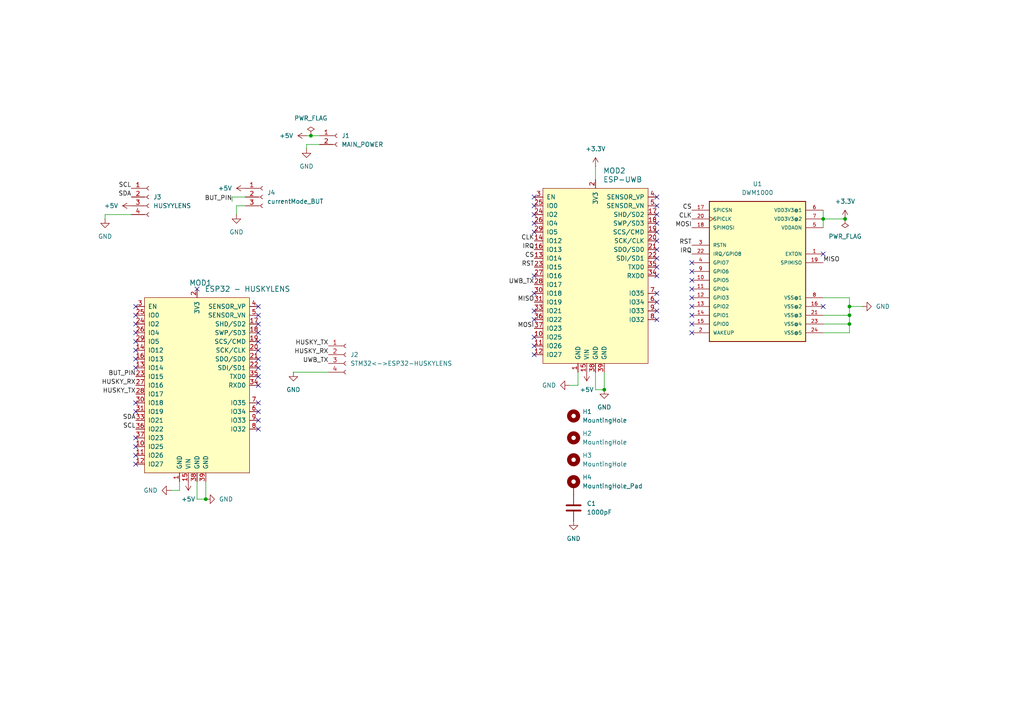
<source format=kicad_sch>
(kicad_sch (version 20231120) (generator "eeschema") (generator_version "8.0")
  (paper "A4")
  (lib_symbols
    (symbol "Connector:Conn_01x02_Socket" (pin_names (offset 1.016) hide)
      (property "Reference" "J" (at 0 2.54 0))
      (property "Value" "Conn_01x02_Socket" (at 0 -5.08 0))
      (symbol "Conn_01x02_Socket_1_1"
        (arc (start 0 -2.032) (mid -0.5058 -2.54) (end 0 -3.048) (stroke (width 0.1524)))
        (polyline (pts (xy -1.27 -2.54) (xy -0.508 -2.54)) (stroke (width 0.1524)))
        (polyline (pts (xy -1.27 0) (xy -0.508 0)) (stroke (width 0.1524)))
        (arc (start 0 0.508) (mid -0.5058 0) (end 0 -0.508) (stroke (width 0.1524)))
        (pin passive line (at -5.08 0 0) (length 3.81) (name "Pin_1") (number "1"))
        (pin passive line (at -5.08 -2.54 0) (length 3.81) (name "Pin_2") (number "2"))
      )
    )
    (symbol "Connector:Conn_01x03_Socket" (pin_names (offset 1.016) hide)
      (property "Reference" "J" (at 0 5.08 0))
      (property "Value" "Conn_01x03_Socket" (at 0 -5.08 0))
      (symbol "Conn_01x03_Socket_1_1"
        (arc (start 0 -2.032) (mid -0.5058 -2.54) (end 0 -3.048) (stroke (width 0.1524)))
        (polyline (pts (xy -1.27 -2.54) (xy -0.508 -2.54)) (stroke (width 0.1524)))
        (polyline (pts (xy -1.27 0) (xy -0.508 0)) (stroke (width 0.1524)))
        (polyline (pts (xy -1.27 2.54) (xy -0.508 2.54)) (stroke (width 0.1524)))
        (arc (start 0 0.508) (mid -0.5058 0) (end 0 -0.508) (stroke (width 0.1524)))
        (arc (start 0 3.048) (mid -0.5058 2.54) (end 0 2.032) (stroke (width 0.1524)))
        (pin passive line (at -5.08 2.54 0) (length 3.81) (name "Pin_1") (number "1"))
        (pin passive line (at -5.08 0 0) (length 3.81) (name "Pin_2") (number "2"))
        (pin passive line (at -5.08 -2.54 0) (length 3.81) (name "Pin_3") (number "3"))
      )
    )
    (symbol "Connector:Conn_01x04_Socket" (pin_names (offset 1.016) hide)
      (property "Reference" "J" (at 0 5.08 0))
      (property "Value" "Conn_01x04_Socket" (at 0 -7.62 0))
      (symbol "Conn_01x04_Socket_1_1"
        (arc (start 0 -4.572) (mid -0.5058 -5.08) (end 0 -5.588) (stroke (width 0.1524)))
        (arc (start 0 -2.032) (mid -0.5058 -2.54) (end 0 -3.048) (stroke (width 0.1524)))
        (polyline (pts (xy -1.27 -5.08) (xy -0.508 -5.08)) (stroke (width 0.1524)))
        (polyline (pts (xy -1.27 -2.54) (xy -0.508 -2.54)) (stroke (width 0.1524)))
        (polyline (pts (xy -1.27 0) (xy -0.508 0)) (stroke (width 0.1524)))
        (polyline (pts (xy -1.27 2.54) (xy -0.508 2.54)) (stroke (width 0.1524)))
        (arc (start 0 0.508) (mid -0.5058 0) (end 0 -0.508) (stroke (width 0.1524)))
        (arc (start 0 3.048) (mid -0.5058 2.54) (end 0 2.032) (stroke (width 0.1524)))
        (pin passive line (at -5.08 2.54 0) (length 3.81) (name "Pin_1") (number "1"))
        (pin passive line (at -5.08 0 0) (length 3.81) (name "Pin_2") (number "2"))
        (pin passive line (at -5.08 -2.54 0) (length 3.81) (name "Pin_3") (number "3"))
        (pin passive line (at -5.08 -5.08 0) (length 3.81) (name "Pin_4") (number "4"))
      )
    )
    (symbol "DWM1000:DWM1000" (pin_names (offset 1.016))
      (property "Reference" "U" (at -12.7095 20.3352 0))
      (property "Value" "DWM1000" (at -12.7054 -22.8697 0))
      (symbol "DWM1000_0_0"
        (rectangle (start -12.7 -20.32) (end 15.24 20.32) (stroke (width 0.254)) (fill (type background)))
        (pin output line (at 20.32 5.08 180) (length 5.08) (name "EXTON") (number "1"))
        (pin bidirectional line (at -17.78 -2.54 0) (length 5.08) (name "GPIO5") (number "10"))
        (pin bidirectional line (at -17.78 -5.08 0) (length 5.08) (name "GPIO4") (number "11"))
        (pin bidirectional line (at -17.78 -7.62 0) (length 5.08) (name "GPIO3") (number "12"))
        (pin bidirectional line (at -17.78 -10.16 0) (length 5.08) (name "GPIO2") (number "13"))
        (pin bidirectional line (at -17.78 -12.7 0) (length 5.08) (name "GPIO1") (number "14"))
        (pin bidirectional line (at -17.78 -15.24 0) (length 5.08) (name "GPIO0") (number "15"))
        (pin power_in line (at 20.32 -10.16 180) (length 5.08) (name "VSS@2") (number "16"))
        (pin input line (at -17.78 17.78 0) (length 5.08) (name "SPICSN") (number "17"))
        (pin input line (at -17.78 12.7 0) (length 5.08) (name "SPIMOSI") (number "18"))
        (pin output line (at 20.32 2.54 180) (length 5.08) (name "SPIMISO") (number "19"))
        (pin bidirectional line (at -17.78 -17.78 0) (length 5.08) (name "WAKEUP") (number "2"))
        (pin input clock (at -17.78 15.24 0) (length 5.08) (name "SPICLK") (number "20"))
        (pin power_in line (at 20.32 -12.7 180) (length 5.08) (name "VSS@3") (number "21"))
        (pin bidirectional line (at -17.78 5.08 0) (length 5.08) (name "IRQ/GPIO8") (number "22"))
        (pin power_in line (at 20.32 -15.24 180) (length 5.08) (name "VSS@4") (number "23"))
        (pin power_in line (at 20.32 -17.78 180) (length 5.08) (name "VSS@5") (number "24"))
        (pin bidirectional line (at -17.78 7.62 0) (length 5.08) (name "RSTN") (number "3"))
        (pin bidirectional line (at -17.78 2.54 0) (length 5.08) (name "GPIO7") (number "4"))
        (pin power_in line (at 20.32 12.7 180) (length 5.08) (name "VDDAON") (number "5"))
        (pin power_in line (at 20.32 17.78 180) (length 5.08) (name "VDD3V3@1") (number "6"))
        (pin power_in line (at 20.32 15.24 180) (length 5.08) (name "VDD3V3@2") (number "7"))
        (pin power_in line (at 20.32 -7.62 180) (length 5.08) (name "VSS@1") (number "8"))
        (pin bidirectional line (at -17.78 0 0) (length 5.08) (name "GPIO6") (number "9"))
      )
    )
    (symbol "Device:C" (pin_numbers hide) (pin_names (offset 0.254))
      (property "Reference" "C" (at 0.635 2.54 0))
      (property "Value" "C" (at 0.635 -2.54 0))
      (symbol "C_0_1"
        (polyline (pts (xy -2.032 -0.762) (xy 2.032 -0.762)) (stroke (width 0.508)))
        (polyline (pts (xy -2.032 0.762) (xy 2.032 0.762)) (stroke (width 0.508)))
      )
      (symbol "C_1_1"
        (pin passive line (at 0 3.81 270) (length 2.794) (name "~") (number "1"))
        (pin passive line (at 0 -3.81 90) (length 2.794) (name "~") (number "2"))
      )
    )
    (symbol "ESP32-WROOM-32:ESP32-WROOM-32" (pin_names (offset 1.016))
      (property "Reference" "MOD1" (at 7.0994 5.08 0))
      (property "Value" "ESP32-WROOM-32" (at 7.0994 1.27 0))
      (symbol "ESP32-WROOM-32_0_1"
        (rectangle (start -10.16 0) (end 20.32 -50.8) (fill (type background)))
      )
      (symbol "ESP32-WROOM-32_1_1"
        (pin power_in line (at 0 -53.34 90) (length 2.54) (name "GND") (number "1"))
        (pin bidirectional line (at -12.7 -43.18 0) (length 2.54) (name "IO25") (number "10"))
        (pin bidirectional line (at -12.7 -45.72 0) (length 2.54) (name "IO26") (number "11"))
        (pin bidirectional line (at -12.7 -48.26 0) (length 2.54) (name "IO27") (number "12"))
        (pin bidirectional line (at -12.7 -20.32 0) (length 2.54) (name "IO14") (number "13"))
        (pin bidirectional line (at -12.7 -15.24 0) (length 2.54) (name "IO12") (number "14"))
        (pin power_in line (at 2.54 -53.34 90) (length 2.54) (name "VIN") (number "15"))
        (pin bidirectional line (at -12.7 -17.78 0) (length 2.54) (name "IO13") (number "16"))
        (pin bidirectional line (at 22.86 -7.62 180) (length 2.54) (name "SHD/SD2") (number "17"))
        (pin bidirectional line (at 22.86 -10.16 180) (length 2.54) (name "SWP/SD3") (number "18"))
        (pin bidirectional line (at 22.86 -12.7 180) (length 2.54) (name "SCS/CMD") (number "19"))
        (pin power_in line (at 5.08 2.54 270) (length 2.54) (name "3V3") (number "2"))
        (pin bidirectional line (at 22.86 -15.24 180) (length 2.54) (name "SCK/CLK") (number "20"))
        (pin bidirectional line (at 22.86 -17.78 180) (length 2.54) (name "SDO/SD0") (number "21"))
        (pin bidirectional line (at 22.86 -20.32 180) (length 2.54) (name "SDI/SD1") (number "22"))
        (pin bidirectional line (at -12.7 -22.86 0) (length 2.54) (name "IO15") (number "23"))
        (pin bidirectional line (at -12.7 -7.62 0) (length 2.54) (name "IO2") (number "24"))
        (pin bidirectional line (at -12.7 -5.08 0) (length 2.54) (name "IO0") (number "25"))
        (pin bidirectional line (at -12.7 -10.16 0) (length 2.54) (name "IO4") (number "26"))
        (pin bidirectional line (at -12.7 -25.4 0) (length 2.54) (name "IO16") (number "27"))
        (pin bidirectional line (at -12.7 -27.94 0) (length 2.54) (name "IO17") (number "28"))
        (pin bidirectional line (at -12.7 -12.7 0) (length 2.54) (name "IO5") (number "29"))
        (pin input line (at -12.7 -2.54 0) (length 2.54) (name "EN") (number "3"))
        (pin bidirectional line (at -12.7 -30.48 0) (length 2.54) (name "IO18") (number "30"))
        (pin bidirectional line (at -12.7 -33.02 0) (length 2.54) (name "IO19") (number "31"))
        (pin no_connect line (at 20.32 -43.18 180) (length 2.54) hide (name "NC") (number "32"))
        (pin bidirectional line (at -12.7 -35.56 0) (length 2.54) (name "IO21") (number "33"))
        (pin bidirectional line (at 22.86 -25.4 180) (length 2.54) (name "RXD0") (number "34"))
        (pin bidirectional line (at 22.86 -22.86 180) (length 2.54) (name "TXD0") (number "35"))
        (pin bidirectional line (at -12.7 -38.1 0) (length 2.54) (name "IO22") (number "36"))
        (pin bidirectional line (at -12.7 -40.64 0) (length 2.54) (name "IO23") (number "37"))
        (pin power_in line (at 5.08 -53.34 90) (length 2.54) (name "GND") (number "38"))
        (pin power_in line (at 7.62 -53.34 90) (length 2.54) (name "GND") (number "39"))
        (pin input line (at 22.86 -2.54 180) (length 2.54) (name "SENSOR_VP") (number "4"))
        (pin input line (at 22.86 -5.08 180) (length 2.54) (name "SENSOR_VN") (number "5"))
        (pin bidirectional line (at 22.86 -33.02 180) (length 2.54) (name "IO34") (number "6"))
        (pin bidirectional line (at 22.86 -30.48 180) (length 2.54) (name "IO35") (number "7"))
        (pin bidirectional line (at 22.86 -38.1 180) (length 2.54) (name "IO32") (number "8"))
        (pin bidirectional line (at 22.86 -35.56 180) (length 2.54) (name "IO33") (number "9"))
      )
    )
    (symbol "Mechanical:MountingHole" (pin_names (offset 1.016)) (exclude_from_sim yes) (in_bom no)
      (property "Reference" "H" (at 0 5.08 0))
      (property "Value" "MountingHole" (at 0 3.175 0))
      (symbol "MountingHole_0_1"
        (circle (center 0 0) (radius 1.27) (stroke (width 1.27)))
      )
    )
    (symbol "Mechanical:MountingHole_Pad" (pin_numbers hide) (pin_names (offset 1.016) hide) (exclude_from_sim yes) (in_bom no)
      (property "Reference" "H" (at 0 6.35 0))
      (property "Value" "MountingHole_Pad" (at 0 4.445 0))
      (symbol "MountingHole_Pad_0_1"
        (circle (center 0 1.27) (radius 1.27) (stroke (width 1.27)))
      )
      (symbol "MountingHole_Pad_1_1"
        (pin input line (at 0 -2.54 90) (length 2.54) (name "1") (number "1"))
      )
    )
    (symbol "power:+3.3V" (power) (pin_numbers hide) (pin_names (offset 0) hide)
      (property "Value" "+3.3V" (at 0 3.556 0))
      (symbol "+3.3V_0_1"
        (polyline (pts (xy -0.762 1.27) (xy 0 2.54)))
        (polyline (pts (xy 0 0) (xy 0 2.54)))
        (polyline (pts (xy 0 2.54) (xy 0.762 1.27)))
      )
      (symbol "+3.3V_1_1"
        (pin power_in line (at 0 0 90) (length 0) (name "~") (number "1"))
      )
    )
    (symbol "power:+5V" (power) (pin_numbers hide) (pin_names (offset 0) hide)
      (property "Value" "+5V" (at 0 3.556 0))
      (symbol "+5V_0_1"
        (polyline (pts (xy -0.762 1.27) (xy 0 2.54)))
        (polyline (pts (xy 0 0) (xy 0 2.54)))
        (polyline (pts (xy 0 2.54) (xy 0.762 1.27)))
      )
      (symbol "+5V_1_1"
        (pin power_in line (at 0 0 90) (length 0) (name "~") (number "1"))
      )
    )
    (symbol "power:GND" (power) (pin_numbers hide) (pin_names (offset 0) hide)
      (property "Value" "GND" (at 0 -3.81 0))
      (symbol "GND_0_1"
        (polyline (pts (xy 0 0) (xy 0 -1.27) (xy 1.27 -1.27) (xy 0 -2.54) (xy -1.27 -1.27) (xy 0 -1.27)))
      )
      (symbol "GND_1_1"
        (pin power_in line (at 0 0 270) (length 0) (name "~") (number "1"))
      )
    )
    (symbol "power:PWR_FLAG" (power) (pin_numbers hide) (pin_names (offset 0) hide)
      (property "Value" "PWR_FLAG" (at 0 3.81 0))
      (symbol "PWR_FLAG_0_0"
        (pin power_out line (at 0 0 90) (length 0) (name "~") (number "1"))
      )
      (symbol "PWR_FLAG_0_1"
        (polyline (pts (xy 0 0) (xy 0 1.27) (xy -1.016 1.905) (xy 0 2.54) (xy 1.016 1.905) (xy 0 1.27)))
      )
    )
  )
  (junction (at 175.26 113.03))
  (junction (at 59.69 144.78))
  (junction (at 238.76 63.5))
  (junction (at 246.38 88.9))
  (junction (at 90.17 39.37))
  (junction (at 246.38 93.98))
  (junction (at 246.38 91.44))
  (junction (at 245.11 63.5))
  (no_connect (at 190.5 59.69))
  (no_connect (at 74.93 116.84))
  (no_connect (at 74.93 104.14))
  (no_connect (at 154.94 67.31))
  (no_connect (at 190.5 80.01))
  (no_connect (at 154.94 92.71))
  (no_connect (at 74.93 106.68))
  (no_connect (at 200.66 78.74))
  (no_connect (at 74.93 91.44))
  (no_connect (at 39.37 99.06))
  (no_connect (at 238.76 73.66))
  (no_connect (at 200.66 86.36))
  (no_connect (at 74.93 101.6))
  (no_connect (at 200.66 91.44))
  (no_connect (at 200.66 76.2))
  (no_connect (at 39.37 104.14))
  (no_connect (at 74.93 88.9))
  (no_connect (at 200.66 88.9))
  (no_connect (at 154.94 100.33))
  (no_connect (at 39.37 127))
  (no_connect (at 154.94 85.09))
  (no_connect (at 74.93 99.06))
  (no_connect (at 190.5 92.71))
  (no_connect (at 39.37 132.08))
  (no_connect (at 154.94 57.15))
  (no_connect (at 39.37 96.52))
  (no_connect (at 39.37 101.6))
  (no_connect (at 154.94 62.23))
  (no_connect (at 74.93 96.52))
  (no_connect (at 154.94 102.87))
  (no_connect (at 200.66 93.98))
  (no_connect (at 154.94 97.79))
  (no_connect (at 200.66 83.82))
  (no_connect (at 190.5 69.85))
  (no_connect (at 190.5 62.23))
  (no_connect (at 39.37 119.38))
  (no_connect (at 190.5 74.93))
  (no_connect (at 74.93 119.38))
  (no_connect (at 39.37 88.9))
  (no_connect (at 200.66 96.52))
  (no_connect (at 190.5 57.15))
  (no_connect (at 190.5 64.77))
  (no_connect (at 190.5 90.17))
  (no_connect (at 39.37 91.44))
  (no_connect (at 154.94 90.17))
  (no_connect (at 190.5 77.47))
  (no_connect (at 154.94 64.77))
  (no_connect (at 39.37 116.84))
  (no_connect (at 190.5 67.31))
  (no_connect (at 238.76 88.9))
  (no_connect (at 57.15 83.82))
  (no_connect (at 200.66 81.28))
  (no_connect (at 74.93 121.92))
  (no_connect (at 74.93 111.76))
  (no_connect (at 190.5 85.09))
  (no_connect (at 74.93 124.46))
  (no_connect (at 74.93 93.98))
  (no_connect (at 39.37 93.98))
  (no_connect (at 190.5 72.39))
  (no_connect (at 39.37 129.54))
  (no_connect (at 190.5 87.63))
  (no_connect (at 39.37 106.68))
  (no_connect (at 39.37 134.62))
  (no_connect (at 154.94 59.69))
  (no_connect (at 154.94 80.01))
  (no_connect (at 74.93 109.22))
  (wire (pts (xy 85.09 107.95) (xy 95.25 107.95)))
  (wire (pts (xy 167.64 107.95) (xy 167.64 111.76)))
  (wire (pts (xy 246.38 93.98) (xy 246.38 91.44)))
  (wire (pts (xy 238.76 63.5) (xy 245.11 63.5)))
  (wire (pts (xy 238.76 63.5) (xy 238.76 66.04)))
  (wire (pts (xy 30.48 62.23) (xy 30.48 63.5)))
  (wire (pts (xy 52.07 142.24) (xy 52.07 139.7)))
  (wire (pts (xy 59.69 139.7) (xy 59.69 144.78)))
  (wire (pts (xy 246.38 91.44) (xy 246.38 88.9)))
  (wire (pts (xy 49.53 142.24) (xy 52.07 142.24)))
  (wire (pts (xy 167.64 111.76) (xy 165.1 111.76)))
  (wire (pts (xy 238.76 96.52) (xy 246.38 96.52)))
  (wire (pts (xy 175.26 107.95) (xy 175.26 113.03)))
  (wire (pts (xy 238.76 93.98) (xy 246.38 93.98)))
  (wire (pts (xy 68.58 59.69) (xy 68.58 62.23)))
  (wire (pts (xy 238.76 91.44) (xy 246.38 91.44)))
  (wire (pts (xy 71.12 59.69) (xy 68.58 59.69)))
  (wire (pts (xy 172.72 48.26) (xy 172.72 52.07)))
  (wire (pts (xy 172.72 107.95) (xy 172.72 113.03)))
  (wire (pts (xy 90.17 39.37) (xy 92.71 39.37)))
  (wire (pts (xy 67.31 58.42) (xy 67.31 57.15)))
  (wire (pts (xy 246.38 88.9) (xy 250.19 88.9)))
  (wire (pts (xy 238.76 86.36) (xy 246.38 86.36)))
  (wire (pts (xy 57.15 144.78) (xy 59.69 144.78)))
  (wire (pts (xy 67.31 57.15) (xy 71.12 57.15)))
  (wire (pts (xy 38.1 62.23) (xy 30.48 62.23)))
  (wire (pts (xy 238.76 60.96) (xy 238.76 63.5)))
  (wire (pts (xy 88.9 39.37) (xy 90.17 39.37)))
  (wire (pts (xy 246.38 86.36) (xy 246.38 88.9)))
  (wire (pts (xy 246.38 96.52) (xy 246.38 93.98)))
  (wire (pts (xy 92.71 41.91) (xy 88.9 41.91)))
  (wire (pts (xy 88.9 41.91) (xy 88.9 43.18)))
  (wire (pts (xy 172.72 113.03) (xy 175.26 113.03)))
  (wire (pts (xy 57.15 139.7) (xy 57.15 144.78)))
  (label "RST" (at 154.94 77.47 180))
  (label "CS" (at 154.94 74.93 180))
  (label "SDA" (at 38.1 57.15 180))
  (label "IRQ" (at 154.94 72.39 180))
  (label "MISO" (at 238.76 76.2 0))
  (label "IRQ" (at 200.66 73.66 180))
  (label "SDA" (at 39.37 121.92 180))
  (label "CLK" (at 154.94 69.85 180))
  (label "SCL" (at 39.37 124.46 180))
  (label "BUT_PIN" (at 67.31 58.42 180))
  (label "HUSKY_RX" (at 95.25 102.87 180))
  (label "CLK" (at 200.66 63.5 180))
  (label "BUT_PIN" (at 39.37 109.22 180))
  (label "SCL" (at 38.1 54.61 180))
  (label "HUSKY_RX" (at 39.37 111.76 180))
  (label "UWB_TX" (at 95.25 105.41 180))
  (label "MOSI" (at 200.66 66.04 180))
  (label "MISO" (at 154.94 87.63 180))
  (label "HUSKY_TX" (at 39.37 114.3 180))
  (label "MOSI" (at 154.94 95.25 180))
  (label "RST" (at 200.66 71.12 180))
  (label "UWB_TX" (at 154.94 82.55 180))
  (label "CS" (at 200.66 60.96 180))
  (label "HUSKY_TX" (at 95.25 100.33 180))
  (symbol (lib_id "power:GND") (at 68.58 62.23 0) (unit 1)
    (property "Reference" "#PWR04" (effects (hide yes)))
    (property "Value" "GND" (at 68.58 67.31 0))
    (property "Description" "Power symbol creates a global label with name \"GND\" , ground" (effects (hide yes)))
  )
  (symbol (lib_id "power:+5V") (at 54.61 139.7 180) (unit 1)
    (property "Reference" "#PWR06" (effects (hide yes)))
    (property "Value" "+5V" (at 54.61 144.78 0))
    (property "Description" "Power symbol creates a global label with name \"+5V\"" (effects (hide yes)))
  )
  (symbol (lib_id "DWM1000:DWM1000") (at 218.44 78.74 0) (unit 1)
    (property "Reference" "U1" (at 219.71 53.34 0))
    (property "Value" "DWM1000" (at 219.71 55.88 0))
    (property "Footprint" "2ndfloor_pole_footprint:XCVR_DWM1000" (effects (hide yes)))
    (property "MF" "Decawave Limited" (effects (hide yes)))
    (property "Description_1" "\n                        \n                            802.15.4 IR-UWB Transceiver Module 3.5GHz ~ 6.5GHz Integrated, Chip Surface Mount\n                        \n" (effects (hide yes)))
    (property "Package" "Module Decawave" (effects (hide yes)))
    (property "Price" "None" (effects (hide yes)))
    (property "Check_prices" "https://www.snapeda.com/parts/DWM1000/Decawave/view-part/?ref=eda" (effects (hide yes)))
    (property "SnapEDA_Link" "https://www.snapeda.com/parts/DWM1000/Decawave/view-part/?ref=snap" (effects (hide yes)))
    (property "MP" "DWM1000" (effects (hide yes)))
    (property "Availability" "In Stock" (effects (hide yes)))
    (property "MANUFACTURER" "Decawave" (effects (hide yes)))
  )
  (symbol (lib_id "power:GND") (at 166.37 151.13 0) (unit 1)
    (property "Reference" "#PWR01" (effects (hide yes)))
    (property "Value" "GND" (at 166.37 156.21 0))
    (property "Description" "Power symbol creates a global label with name \"GND\" , ground" (effects (hide yes)))
  )
  (symbol (lib_id "ESP32-WROOM-32:ESP32-WROOM-32") (at 167.64 54.61 0) (unit 1)
    (property "Reference" "MOD2" (at 174.9141 49.53 0) (effects (font (size 1.524 1.524)) (justify left)))
    (property "Value" "ESP-UWB" (at 174.9141 52.07 0) (effects (font (size 1.524 1.524)) (justify left)))
    (property "Footprint" "My_foot_print:ESP32_new" (effects (hide yes)))
    (property "Datasheet" "https://www.espressif.com/sites/default/files/documentation/esp32-wroom-32_datasheet_en.pdf" (effects (hide yes)))
    (property "Description" "SMD MODULE, ESP32-D0WDQ6, 32MBIT" (effects (hide yes)))
    (property "Digi-Key_PN" "1904-1010-1-ND" (effects (hide yes)))
    (property "MPN" "ESP32-WROOM-32" (effects (hide yes)))
    (property "Category" "RF/IF and RFID" (effects (hide yes)))
    (property "Family" "RF Transceiver Modules" (effects (hide yes)))
    (property "DK_Datasheet_Link" "https://www.espressif.com/sites/default/files/documentation/esp32-wroom-32_datasheet_en.pdf" (effects (hide yes)))
    (property "DK_Detail_Page" "/product-detail/en/espressif-systems/ESP32-WROOM-32/1904-1010-1-ND/8544305" (effects (hide yes)))
    (property "Manufacturer" "Espressif Systems" (effects (hide yes)))
    (property "Status" "Active" (effects (hide yes)))
  )
  (symbol (lib_id "power:PWR_FLAG") (at 245.11 63.5 180) (unit 1)
    (property "Reference" "#FLG02" (effects (hide yes)))
    (property "Value" "PWR_FLAG" (at 245.11 68.58 0))
    (property "Description" "Special symbol for telling ERC where power comes from" (effects (hide yes)))
  )
  (symbol (lib_id "Mechanical:MountingHole") (at 166.37 120.65 0) (unit 1) (exclude_from_sim yes) (in_bom no)
    (property "Reference" "H1" (at 168.91 119.3799 0) (effects (justify left)))
    (property "Value" "MountingHole" (at 168.91 121.9199 0) (effects (justify left)))
    (property "Footprint" "MountingHole:MountingHole_3.5mm_Pad" (effects (hide yes)))
    (property "Description" "Mounting Hole without connection" (effects (hide yes)))
  )
  (symbol (lib_id "power:GND") (at 49.53 142.24 270) (unit 1)
    (property "Reference" "#PWR07" (effects (hide yes)))
    (property "Value" "GND" (at 45.72 142.2399 90) (effects (justify right)))
    (property "Description" "Power symbol creates a global label with name \"GND\" , ground" (effects (hide yes)))
  )
  (symbol (lib_id "power:+5V") (at 38.1 59.69 90) (unit 1)
    (property "Reference" "#PWR010" (effects (hide yes)))
    (property "Value" "+5V" (at 34.29 59.6899 90) (effects (justify left)))
    (property "Description" "Power symbol creates a global label with name \"+5V\"" (effects (hide yes)))
  )
  (symbol (lib_id "power:+3.3V") (at 245.11 63.5 0) (unit 1)
    (property "Reference" "#PWR014" (effects (hide yes)))
    (property "Value" "+3.3V" (at 245.11 58.42 0))
    (property "Description" "Power symbol creates a global label with name \"+3.3V\"" (effects (hide yes)))
  )
  (symbol (lib_id "power:GND") (at 250.19 88.9 90) (unit 1)
    (property "Reference" "#PWR013" (effects (hide yes)))
    (property "Value" "GND" (at 254 88.8999 90) (effects (justify right)))
    (property "Description" "Power symbol creates a global label with name \"GND\" , ground" (effects (hide yes)))
  )
  (symbol (lib_id "power:GND") (at 30.48 63.5 0) (unit 1)
    (property "Reference" "#PWR03" (effects (hide yes)))
    (property "Value" "GND" (at 30.48 68.58 0))
    (property "Description" "Power symbol creates a global label with name \"GND\" , ground" (effects (hide yes)))
  )
  (symbol (lib_id "Connector:Conn_01x02_Socket") (at 97.79 39.37 0) (unit 1)
    (property "Reference" "J1" (at 99.06 39.3699 0) (effects (justify left)))
    (property "Value" "MAIN_POWER" (at 99.06 41.9099 0) (effects (justify left)))
    (property "Footprint" "Connector_Molex:Molex_Mini-Fit_Jr_5569-02A1_2x01_P4.20mm_Horizontal" (effects (hide yes)))
    (property "Description" "Generic connector, single row, 01x02, script generated" (effects (hide yes)))
  )
  (symbol (lib_id "power:GND") (at 59.69 144.78 90) (unit 1)
    (property "Reference" "#PWR016" (effects (hide yes)))
    (property "Value" "GND" (at 63.5 144.7799 90) (effects (justify right)))
    (property "Description" "Power symbol creates a global label with name \"GND\" , ground" (effects (hide yes)))
  )
  (symbol (lib_id "power:GND") (at 175.26 113.03 0) (unit 1)
    (property "Reference" "#PWR017" (effects (hide yes)))
    (property "Value" "GND" (at 175.26 118.11 0))
    (property "Description" "Power symbol creates a global label with name \"GND\" , ground" (effects (hide yes)))
  )
  (symbol (lib_id "ESP32-WROOM-32:ESP32-WROOM-32") (at 52.07 86.36 0) (unit 1)
    (property "Reference" "MOD1" (at 54.864 82.042 0) (effects (font (size 1.524 1.524)) (justify left)))
    (property "Value" "ESP32 - HUSKYLENS" (at 59.3441 83.82 0) (effects (font (size 1.524 1.524)) (justify left)))
    (property "Footprint" "My_foot_print:ESP32_new" (effects (hide yes)))
    (property "Datasheet" "https://www.espressif.com/sites/default/files/documentation/esp32-wroom-32_datasheet_en.pdf" (effects (hide yes)))
    (property "Description" "SMD MODULE, ESP32-D0WDQ6, 32MBIT" (effects (hide yes)))
    (property "Digi-Key_PN" "1904-1010-1-ND" (effects (hide yes)))
    (property "MPN" "ESP32-WROOM-32" (effects (hide yes)))
    (property "Category" "RF/IF and RFID" (effects (hide yes)))
    (property "Family" "RF Transceiver Modules" (effects (hide yes)))
    (property "DK_Datasheet_Link" "https://www.espressif.com/sites/default/files/documentation/esp32-wroom-32_datasheet_en.pdf" (effects (hide yes)))
    (property "DK_Detail_Page" "/product-detail/en/espressif-systems/ESP32-WROOM-32/1904-1010-1-ND/8544305" (effects (hide yes)))
    (property "Manufacturer" "Espressif Systems" (effects (hide yes)))
    (property "Status" "Active" (effects (hide yes)))
  )
  (symbol (lib_id "power:+5V") (at 88.9 39.37 90) (unit 1)
    (property "Reference" "#PWR05" (effects (hide yes)))
    (property "Value" "+5V" (at 85.09 39.3699 90) (effects (justify left)))
    (property "Description" "Power symbol creates a global label with name \"+5V\"" (effects (hide yes)))
  )
  (symbol (lib_id "power:+5V") (at 71.12 54.61 90) (unit 1)
    (property "Reference" "#PWR011" (effects (hide yes)))
    (property "Value" "+5V" (at 67.31 54.6099 90) (effects (justify left)))
    (property "Description" "Power symbol creates a global label with name \"+5V\"" (effects (hide yes)))
  )
  (symbol (lib_id "power:+3.3V") (at 172.72 48.26 0) (unit 1)
    (property "Reference" "#PWR015" (effects (hide yes)))
    (property "Value" "+3.3V" (at 172.72 43.18 0))
    (property "Description" "Power symbol creates a global label with name \"+3.3V\"" (effects (hide yes)))
  )
  (symbol (lib_id "power:GND") (at 85.09 107.95 0) (unit 1)
    (property "Reference" "#PWR012" (effects (hide yes)))
    (property "Value" "GND" (at 85.09 113.03 0))
    (property "Description" "Power symbol creates a global label with name \"GND\" , ground" (effects (hide yes)))
  )
  (symbol (lib_id "power:GND") (at 88.9 43.18 0) (unit 1)
    (property "Reference" "#PWR02" (effects (hide yes)))
    (property "Value" "GND" (at 88.9 48.26 0))
    (property "Description" "Power symbol creates a global label with name \"GND\" , ground" (effects (hide yes)))
  )
  (symbol (lib_id "Connector:Conn_01x03_Socket") (at 76.2 57.15 0) (unit 1)
    (property "Reference" "J4" (at 77.47 55.8799 0) (effects (justify left)))
    (property "Value" "currentMode_BUT" (at 77.47 58.4199 0) (effects (justify left)))
    (property "Footprint" "Connector_Molex:Molex_SPOX_5267-03A_1x03_P2.50mm_Vertical" (effects (hide yes)))
    (property "Description" "Generic connector, single row, 01x03, script generated" (effects (hide yes)))
  )
  (symbol (lib_id "power:GND") (at 165.1 111.76 270) (unit 1)
    (property "Reference" "#PWR08" (effects (hide yes)))
    (property "Value" "GND" (at 161.29 111.7599 90) (effects (justify right)))
    (property "Description" "Power symbol creates a global label with name \"GND\" , ground" (effects (hide yes)))
  )
  (symbol (lib_id "power:+5V") (at 170.18 107.95 180) (unit 1)
    (property "Reference" "#PWR09" (effects (hide yes)))
    (property "Value" "+5V" (at 170.18 113.03 0))
    (property "Description" "Power symbol creates a global label with name \"+5V\"" (effects (hide yes)))
  )
  (symbol (lib_id "Device:C") (at 166.37 147.32 0) (unit 1)
    (property "Reference" "C1" (at 170.18 146.0499 0) (effects (justify left)))
    (property "Value" "1000pF" (at 170.18 148.5899 0) (effects (justify left)))
    (property "Footprint" "Capacitor_THT:C_Disc_D9.0mm_W2.5mm_P5.00mm" (effects (hide yes)))
    (property "Description" "Unpolarized capacitor" (effects (hide yes)))
  )
  (symbol (lib_id "Connector:Conn_01x04_Socket") (at 43.18 57.15 0) (unit 1)
    (property "Reference" "J3" (at 44.45 57.1499 0) (effects (justify left)))
    (property "Value" "HUSYYLENS" (at 44.45 59.6899 0) (effects (justify left)))
    (property "Footprint" "Connector_Molex:Molex_SPOX_5267-04A_1x04_P2.50mm_Vertical" (effects (hide yes)))
    (property "Description" "Generic connector, single row, 01x04, script generated" (effects (hide yes)))
  )
  (symbol (lib_id "Connector:Conn_01x04_Socket") (at 100.33 102.87 0) (unit 1)
    (property "Reference" "J2" (at 101.6 102.8699 0) (effects (justify left)))
    (property "Value" "STM32<->ESP32-HUSKYLENS" (at 101.6 105.4099 0) (effects (justify left)))
    (property "Footprint" "Connector_Molex:Molex_SPOX_5267-04A_1x04_P2.50mm_Vertical" (effects (hide yes)))
    (property "Description" "Generic connector, single row, 01x04, script generated" (effects (hide yes)))
  )
  (symbol (lib_id "Mechanical:MountingHole") (at 166.37 133.35 0) (unit 1) (exclude_from_sim yes) (in_bom no)
    (property "Reference" "H3" (at 168.91 132.0799 0) (effects (justify left)))
    (property "Value" "MountingHole" (at 168.91 134.6199 0) (effects (justify left)))
    (property "Footprint" "MountingHole:MountingHole_3.5mm_Pad" (effects (hide yes)))
    (property "Description" "Mounting Hole without connection" (effects (hide yes)))
  )
  (symbol (lib_id "Mechanical:MountingHole") (at 166.37 127 0) (unit 1) (exclude_from_sim yes) (in_bom no)
    (property "Reference" "H2" (at 168.91 125.7299 0) (effects (justify left)))
    (property "Value" "MountingHole" (at 168.91 128.2699 0) (effects (justify left)))
    (property "Footprint" "MountingHole:MountingHole_3.5mm_Pad" (effects (hide yes)))
    (property "Description" "Mounting Hole without connection" (effects (hide yes)))
  )
  (symbol (lib_id "Mechanical:MountingHole_Pad") (at 166.37 140.97 0) (unit 1) (exclude_from_sim yes) (in_bom no)
    (property "Reference" "H4" (at 168.91 138.4299 0) (effects (justify left)))
    (property "Value" "MountingHole_Pad" (at 168.91 140.9699 0) (effects (justify left)))
    (property "Footprint" "MountingHole:MountingHole_3.5mm_Pad" (effects (hide yes)))
    (property "Description" "Mounting Hole with connection" (effects (hide yes)))
  )
  (symbol (lib_id "power:PWR_FLAG") (at 90.17 39.37 0) (unit 1)
    (property "Reference" "#FLG01" (effects (hide yes)))
    (property "Value" "PWR_FLAG" (at 90.17 34.29 0))
    (property "Description" "Special symbol for telling ERC where power comes from" (effects (hide yes)))
  )
)
</source>
